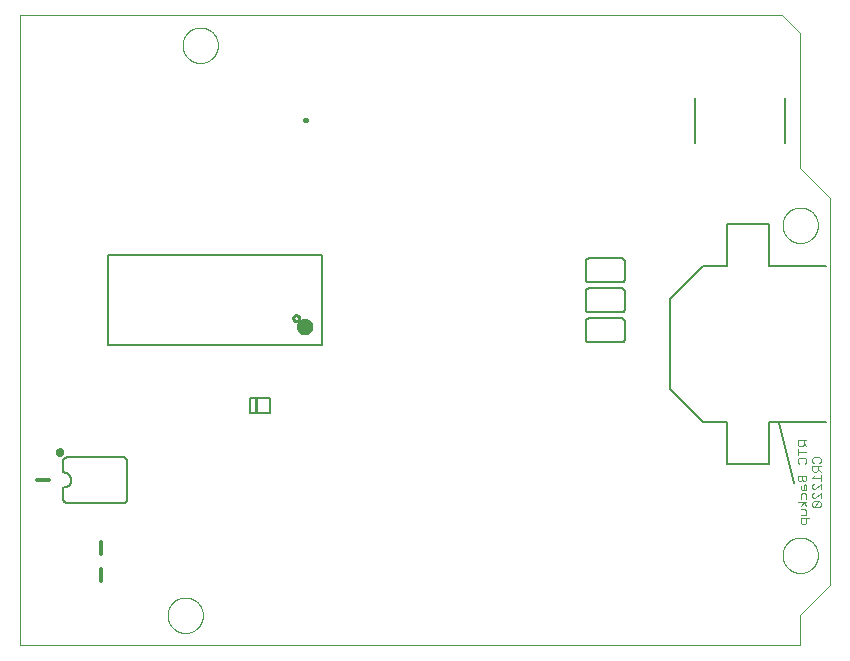
<source format=gbo>
G75*
%MOIN*%
%OFA0B0*%
%FSLAX25Y25*%
%IPPOS*%
%LPD*%
%AMOC8*
5,1,8,0,0,1.08239X$1,22.5*
%
%ADD10C,0.00000*%
%ADD11C,0.01000*%
%ADD12C,0.00300*%
%ADD13C,0.00600*%
%ADD14C,0.01600*%
%ADD15C,0.01200*%
%ADD16C,0.00800*%
%ADD17C,0.00010*%
%ADD18C,0.00500*%
%ADD19C,0.03200*%
D10*
X0005000Y0005000D02*
X0005000Y0215000D01*
X0259000Y0215000D01*
X0265000Y0209000D01*
X0265000Y0164000D01*
X0275000Y0154000D01*
X0275000Y0025000D01*
X0265000Y0015000D01*
X0265000Y0005000D01*
X0005000Y0005000D01*
X0054094Y0015000D02*
X0054096Y0015153D01*
X0054102Y0015307D01*
X0054112Y0015460D01*
X0054126Y0015612D01*
X0054144Y0015765D01*
X0054166Y0015916D01*
X0054191Y0016067D01*
X0054221Y0016218D01*
X0054255Y0016368D01*
X0054292Y0016516D01*
X0054333Y0016664D01*
X0054378Y0016810D01*
X0054427Y0016956D01*
X0054480Y0017100D01*
X0054536Y0017242D01*
X0054596Y0017383D01*
X0054660Y0017523D01*
X0054727Y0017661D01*
X0054798Y0017797D01*
X0054873Y0017931D01*
X0054950Y0018063D01*
X0055032Y0018193D01*
X0055116Y0018321D01*
X0055204Y0018447D01*
X0055295Y0018570D01*
X0055389Y0018691D01*
X0055487Y0018809D01*
X0055587Y0018925D01*
X0055691Y0019038D01*
X0055797Y0019149D01*
X0055906Y0019257D01*
X0056018Y0019362D01*
X0056132Y0019463D01*
X0056250Y0019562D01*
X0056369Y0019658D01*
X0056491Y0019751D01*
X0056616Y0019840D01*
X0056743Y0019927D01*
X0056872Y0020009D01*
X0057003Y0020089D01*
X0057136Y0020165D01*
X0057271Y0020238D01*
X0057408Y0020307D01*
X0057547Y0020372D01*
X0057687Y0020434D01*
X0057829Y0020492D01*
X0057972Y0020547D01*
X0058117Y0020598D01*
X0058263Y0020645D01*
X0058410Y0020688D01*
X0058558Y0020727D01*
X0058707Y0020763D01*
X0058857Y0020794D01*
X0059008Y0020822D01*
X0059159Y0020846D01*
X0059312Y0020866D01*
X0059464Y0020882D01*
X0059617Y0020894D01*
X0059770Y0020902D01*
X0059923Y0020906D01*
X0060077Y0020906D01*
X0060230Y0020902D01*
X0060383Y0020894D01*
X0060536Y0020882D01*
X0060688Y0020866D01*
X0060841Y0020846D01*
X0060992Y0020822D01*
X0061143Y0020794D01*
X0061293Y0020763D01*
X0061442Y0020727D01*
X0061590Y0020688D01*
X0061737Y0020645D01*
X0061883Y0020598D01*
X0062028Y0020547D01*
X0062171Y0020492D01*
X0062313Y0020434D01*
X0062453Y0020372D01*
X0062592Y0020307D01*
X0062729Y0020238D01*
X0062864Y0020165D01*
X0062997Y0020089D01*
X0063128Y0020009D01*
X0063257Y0019927D01*
X0063384Y0019840D01*
X0063509Y0019751D01*
X0063631Y0019658D01*
X0063750Y0019562D01*
X0063868Y0019463D01*
X0063982Y0019362D01*
X0064094Y0019257D01*
X0064203Y0019149D01*
X0064309Y0019038D01*
X0064413Y0018925D01*
X0064513Y0018809D01*
X0064611Y0018691D01*
X0064705Y0018570D01*
X0064796Y0018447D01*
X0064884Y0018321D01*
X0064968Y0018193D01*
X0065050Y0018063D01*
X0065127Y0017931D01*
X0065202Y0017797D01*
X0065273Y0017661D01*
X0065340Y0017523D01*
X0065404Y0017383D01*
X0065464Y0017242D01*
X0065520Y0017100D01*
X0065573Y0016956D01*
X0065622Y0016810D01*
X0065667Y0016664D01*
X0065708Y0016516D01*
X0065745Y0016368D01*
X0065779Y0016218D01*
X0065809Y0016067D01*
X0065834Y0015916D01*
X0065856Y0015765D01*
X0065874Y0015612D01*
X0065888Y0015460D01*
X0065898Y0015307D01*
X0065904Y0015153D01*
X0065906Y0015000D01*
X0065904Y0014847D01*
X0065898Y0014693D01*
X0065888Y0014540D01*
X0065874Y0014388D01*
X0065856Y0014235D01*
X0065834Y0014084D01*
X0065809Y0013933D01*
X0065779Y0013782D01*
X0065745Y0013632D01*
X0065708Y0013484D01*
X0065667Y0013336D01*
X0065622Y0013190D01*
X0065573Y0013044D01*
X0065520Y0012900D01*
X0065464Y0012758D01*
X0065404Y0012617D01*
X0065340Y0012477D01*
X0065273Y0012339D01*
X0065202Y0012203D01*
X0065127Y0012069D01*
X0065050Y0011937D01*
X0064968Y0011807D01*
X0064884Y0011679D01*
X0064796Y0011553D01*
X0064705Y0011430D01*
X0064611Y0011309D01*
X0064513Y0011191D01*
X0064413Y0011075D01*
X0064309Y0010962D01*
X0064203Y0010851D01*
X0064094Y0010743D01*
X0063982Y0010638D01*
X0063868Y0010537D01*
X0063750Y0010438D01*
X0063631Y0010342D01*
X0063509Y0010249D01*
X0063384Y0010160D01*
X0063257Y0010073D01*
X0063128Y0009991D01*
X0062997Y0009911D01*
X0062864Y0009835D01*
X0062729Y0009762D01*
X0062592Y0009693D01*
X0062453Y0009628D01*
X0062313Y0009566D01*
X0062171Y0009508D01*
X0062028Y0009453D01*
X0061883Y0009402D01*
X0061737Y0009355D01*
X0061590Y0009312D01*
X0061442Y0009273D01*
X0061293Y0009237D01*
X0061143Y0009206D01*
X0060992Y0009178D01*
X0060841Y0009154D01*
X0060688Y0009134D01*
X0060536Y0009118D01*
X0060383Y0009106D01*
X0060230Y0009098D01*
X0060077Y0009094D01*
X0059923Y0009094D01*
X0059770Y0009098D01*
X0059617Y0009106D01*
X0059464Y0009118D01*
X0059312Y0009134D01*
X0059159Y0009154D01*
X0059008Y0009178D01*
X0058857Y0009206D01*
X0058707Y0009237D01*
X0058558Y0009273D01*
X0058410Y0009312D01*
X0058263Y0009355D01*
X0058117Y0009402D01*
X0057972Y0009453D01*
X0057829Y0009508D01*
X0057687Y0009566D01*
X0057547Y0009628D01*
X0057408Y0009693D01*
X0057271Y0009762D01*
X0057136Y0009835D01*
X0057003Y0009911D01*
X0056872Y0009991D01*
X0056743Y0010073D01*
X0056616Y0010160D01*
X0056491Y0010249D01*
X0056369Y0010342D01*
X0056250Y0010438D01*
X0056132Y0010537D01*
X0056018Y0010638D01*
X0055906Y0010743D01*
X0055797Y0010851D01*
X0055691Y0010962D01*
X0055587Y0011075D01*
X0055487Y0011191D01*
X0055389Y0011309D01*
X0055295Y0011430D01*
X0055204Y0011553D01*
X0055116Y0011679D01*
X0055032Y0011807D01*
X0054950Y0011937D01*
X0054873Y0012069D01*
X0054798Y0012203D01*
X0054727Y0012339D01*
X0054660Y0012477D01*
X0054596Y0012617D01*
X0054536Y0012758D01*
X0054480Y0012900D01*
X0054427Y0013044D01*
X0054378Y0013190D01*
X0054333Y0013336D01*
X0054292Y0013484D01*
X0054255Y0013632D01*
X0054221Y0013782D01*
X0054191Y0013933D01*
X0054166Y0014084D01*
X0054144Y0014235D01*
X0054126Y0014388D01*
X0054112Y0014540D01*
X0054102Y0014693D01*
X0054096Y0014847D01*
X0054094Y0015000D01*
X0259094Y0035000D02*
X0259096Y0035153D01*
X0259102Y0035307D01*
X0259112Y0035460D01*
X0259126Y0035612D01*
X0259144Y0035765D01*
X0259166Y0035916D01*
X0259191Y0036067D01*
X0259221Y0036218D01*
X0259255Y0036368D01*
X0259292Y0036516D01*
X0259333Y0036664D01*
X0259378Y0036810D01*
X0259427Y0036956D01*
X0259480Y0037100D01*
X0259536Y0037242D01*
X0259596Y0037383D01*
X0259660Y0037523D01*
X0259727Y0037661D01*
X0259798Y0037797D01*
X0259873Y0037931D01*
X0259950Y0038063D01*
X0260032Y0038193D01*
X0260116Y0038321D01*
X0260204Y0038447D01*
X0260295Y0038570D01*
X0260389Y0038691D01*
X0260487Y0038809D01*
X0260587Y0038925D01*
X0260691Y0039038D01*
X0260797Y0039149D01*
X0260906Y0039257D01*
X0261018Y0039362D01*
X0261132Y0039463D01*
X0261250Y0039562D01*
X0261369Y0039658D01*
X0261491Y0039751D01*
X0261616Y0039840D01*
X0261743Y0039927D01*
X0261872Y0040009D01*
X0262003Y0040089D01*
X0262136Y0040165D01*
X0262271Y0040238D01*
X0262408Y0040307D01*
X0262547Y0040372D01*
X0262687Y0040434D01*
X0262829Y0040492D01*
X0262972Y0040547D01*
X0263117Y0040598D01*
X0263263Y0040645D01*
X0263410Y0040688D01*
X0263558Y0040727D01*
X0263707Y0040763D01*
X0263857Y0040794D01*
X0264008Y0040822D01*
X0264159Y0040846D01*
X0264312Y0040866D01*
X0264464Y0040882D01*
X0264617Y0040894D01*
X0264770Y0040902D01*
X0264923Y0040906D01*
X0265077Y0040906D01*
X0265230Y0040902D01*
X0265383Y0040894D01*
X0265536Y0040882D01*
X0265688Y0040866D01*
X0265841Y0040846D01*
X0265992Y0040822D01*
X0266143Y0040794D01*
X0266293Y0040763D01*
X0266442Y0040727D01*
X0266590Y0040688D01*
X0266737Y0040645D01*
X0266883Y0040598D01*
X0267028Y0040547D01*
X0267171Y0040492D01*
X0267313Y0040434D01*
X0267453Y0040372D01*
X0267592Y0040307D01*
X0267729Y0040238D01*
X0267864Y0040165D01*
X0267997Y0040089D01*
X0268128Y0040009D01*
X0268257Y0039927D01*
X0268384Y0039840D01*
X0268509Y0039751D01*
X0268631Y0039658D01*
X0268750Y0039562D01*
X0268868Y0039463D01*
X0268982Y0039362D01*
X0269094Y0039257D01*
X0269203Y0039149D01*
X0269309Y0039038D01*
X0269413Y0038925D01*
X0269513Y0038809D01*
X0269611Y0038691D01*
X0269705Y0038570D01*
X0269796Y0038447D01*
X0269884Y0038321D01*
X0269968Y0038193D01*
X0270050Y0038063D01*
X0270127Y0037931D01*
X0270202Y0037797D01*
X0270273Y0037661D01*
X0270340Y0037523D01*
X0270404Y0037383D01*
X0270464Y0037242D01*
X0270520Y0037100D01*
X0270573Y0036956D01*
X0270622Y0036810D01*
X0270667Y0036664D01*
X0270708Y0036516D01*
X0270745Y0036368D01*
X0270779Y0036218D01*
X0270809Y0036067D01*
X0270834Y0035916D01*
X0270856Y0035765D01*
X0270874Y0035612D01*
X0270888Y0035460D01*
X0270898Y0035307D01*
X0270904Y0035153D01*
X0270906Y0035000D01*
X0270904Y0034847D01*
X0270898Y0034693D01*
X0270888Y0034540D01*
X0270874Y0034388D01*
X0270856Y0034235D01*
X0270834Y0034084D01*
X0270809Y0033933D01*
X0270779Y0033782D01*
X0270745Y0033632D01*
X0270708Y0033484D01*
X0270667Y0033336D01*
X0270622Y0033190D01*
X0270573Y0033044D01*
X0270520Y0032900D01*
X0270464Y0032758D01*
X0270404Y0032617D01*
X0270340Y0032477D01*
X0270273Y0032339D01*
X0270202Y0032203D01*
X0270127Y0032069D01*
X0270050Y0031937D01*
X0269968Y0031807D01*
X0269884Y0031679D01*
X0269796Y0031553D01*
X0269705Y0031430D01*
X0269611Y0031309D01*
X0269513Y0031191D01*
X0269413Y0031075D01*
X0269309Y0030962D01*
X0269203Y0030851D01*
X0269094Y0030743D01*
X0268982Y0030638D01*
X0268868Y0030537D01*
X0268750Y0030438D01*
X0268631Y0030342D01*
X0268509Y0030249D01*
X0268384Y0030160D01*
X0268257Y0030073D01*
X0268128Y0029991D01*
X0267997Y0029911D01*
X0267864Y0029835D01*
X0267729Y0029762D01*
X0267592Y0029693D01*
X0267453Y0029628D01*
X0267313Y0029566D01*
X0267171Y0029508D01*
X0267028Y0029453D01*
X0266883Y0029402D01*
X0266737Y0029355D01*
X0266590Y0029312D01*
X0266442Y0029273D01*
X0266293Y0029237D01*
X0266143Y0029206D01*
X0265992Y0029178D01*
X0265841Y0029154D01*
X0265688Y0029134D01*
X0265536Y0029118D01*
X0265383Y0029106D01*
X0265230Y0029098D01*
X0265077Y0029094D01*
X0264923Y0029094D01*
X0264770Y0029098D01*
X0264617Y0029106D01*
X0264464Y0029118D01*
X0264312Y0029134D01*
X0264159Y0029154D01*
X0264008Y0029178D01*
X0263857Y0029206D01*
X0263707Y0029237D01*
X0263558Y0029273D01*
X0263410Y0029312D01*
X0263263Y0029355D01*
X0263117Y0029402D01*
X0262972Y0029453D01*
X0262829Y0029508D01*
X0262687Y0029566D01*
X0262547Y0029628D01*
X0262408Y0029693D01*
X0262271Y0029762D01*
X0262136Y0029835D01*
X0262003Y0029911D01*
X0261872Y0029991D01*
X0261743Y0030073D01*
X0261616Y0030160D01*
X0261491Y0030249D01*
X0261369Y0030342D01*
X0261250Y0030438D01*
X0261132Y0030537D01*
X0261018Y0030638D01*
X0260906Y0030743D01*
X0260797Y0030851D01*
X0260691Y0030962D01*
X0260587Y0031075D01*
X0260487Y0031191D01*
X0260389Y0031309D01*
X0260295Y0031430D01*
X0260204Y0031553D01*
X0260116Y0031679D01*
X0260032Y0031807D01*
X0259950Y0031937D01*
X0259873Y0032069D01*
X0259798Y0032203D01*
X0259727Y0032339D01*
X0259660Y0032477D01*
X0259596Y0032617D01*
X0259536Y0032758D01*
X0259480Y0032900D01*
X0259427Y0033044D01*
X0259378Y0033190D01*
X0259333Y0033336D01*
X0259292Y0033484D01*
X0259255Y0033632D01*
X0259221Y0033782D01*
X0259191Y0033933D01*
X0259166Y0034084D01*
X0259144Y0034235D01*
X0259126Y0034388D01*
X0259112Y0034540D01*
X0259102Y0034693D01*
X0259096Y0034847D01*
X0259094Y0035000D01*
X0259094Y0145000D02*
X0259096Y0145153D01*
X0259102Y0145307D01*
X0259112Y0145460D01*
X0259126Y0145612D01*
X0259144Y0145765D01*
X0259166Y0145916D01*
X0259191Y0146067D01*
X0259221Y0146218D01*
X0259255Y0146368D01*
X0259292Y0146516D01*
X0259333Y0146664D01*
X0259378Y0146810D01*
X0259427Y0146956D01*
X0259480Y0147100D01*
X0259536Y0147242D01*
X0259596Y0147383D01*
X0259660Y0147523D01*
X0259727Y0147661D01*
X0259798Y0147797D01*
X0259873Y0147931D01*
X0259950Y0148063D01*
X0260032Y0148193D01*
X0260116Y0148321D01*
X0260204Y0148447D01*
X0260295Y0148570D01*
X0260389Y0148691D01*
X0260487Y0148809D01*
X0260587Y0148925D01*
X0260691Y0149038D01*
X0260797Y0149149D01*
X0260906Y0149257D01*
X0261018Y0149362D01*
X0261132Y0149463D01*
X0261250Y0149562D01*
X0261369Y0149658D01*
X0261491Y0149751D01*
X0261616Y0149840D01*
X0261743Y0149927D01*
X0261872Y0150009D01*
X0262003Y0150089D01*
X0262136Y0150165D01*
X0262271Y0150238D01*
X0262408Y0150307D01*
X0262547Y0150372D01*
X0262687Y0150434D01*
X0262829Y0150492D01*
X0262972Y0150547D01*
X0263117Y0150598D01*
X0263263Y0150645D01*
X0263410Y0150688D01*
X0263558Y0150727D01*
X0263707Y0150763D01*
X0263857Y0150794D01*
X0264008Y0150822D01*
X0264159Y0150846D01*
X0264312Y0150866D01*
X0264464Y0150882D01*
X0264617Y0150894D01*
X0264770Y0150902D01*
X0264923Y0150906D01*
X0265077Y0150906D01*
X0265230Y0150902D01*
X0265383Y0150894D01*
X0265536Y0150882D01*
X0265688Y0150866D01*
X0265841Y0150846D01*
X0265992Y0150822D01*
X0266143Y0150794D01*
X0266293Y0150763D01*
X0266442Y0150727D01*
X0266590Y0150688D01*
X0266737Y0150645D01*
X0266883Y0150598D01*
X0267028Y0150547D01*
X0267171Y0150492D01*
X0267313Y0150434D01*
X0267453Y0150372D01*
X0267592Y0150307D01*
X0267729Y0150238D01*
X0267864Y0150165D01*
X0267997Y0150089D01*
X0268128Y0150009D01*
X0268257Y0149927D01*
X0268384Y0149840D01*
X0268509Y0149751D01*
X0268631Y0149658D01*
X0268750Y0149562D01*
X0268868Y0149463D01*
X0268982Y0149362D01*
X0269094Y0149257D01*
X0269203Y0149149D01*
X0269309Y0149038D01*
X0269413Y0148925D01*
X0269513Y0148809D01*
X0269611Y0148691D01*
X0269705Y0148570D01*
X0269796Y0148447D01*
X0269884Y0148321D01*
X0269968Y0148193D01*
X0270050Y0148063D01*
X0270127Y0147931D01*
X0270202Y0147797D01*
X0270273Y0147661D01*
X0270340Y0147523D01*
X0270404Y0147383D01*
X0270464Y0147242D01*
X0270520Y0147100D01*
X0270573Y0146956D01*
X0270622Y0146810D01*
X0270667Y0146664D01*
X0270708Y0146516D01*
X0270745Y0146368D01*
X0270779Y0146218D01*
X0270809Y0146067D01*
X0270834Y0145916D01*
X0270856Y0145765D01*
X0270874Y0145612D01*
X0270888Y0145460D01*
X0270898Y0145307D01*
X0270904Y0145153D01*
X0270906Y0145000D01*
X0270904Y0144847D01*
X0270898Y0144693D01*
X0270888Y0144540D01*
X0270874Y0144388D01*
X0270856Y0144235D01*
X0270834Y0144084D01*
X0270809Y0143933D01*
X0270779Y0143782D01*
X0270745Y0143632D01*
X0270708Y0143484D01*
X0270667Y0143336D01*
X0270622Y0143190D01*
X0270573Y0143044D01*
X0270520Y0142900D01*
X0270464Y0142758D01*
X0270404Y0142617D01*
X0270340Y0142477D01*
X0270273Y0142339D01*
X0270202Y0142203D01*
X0270127Y0142069D01*
X0270050Y0141937D01*
X0269968Y0141807D01*
X0269884Y0141679D01*
X0269796Y0141553D01*
X0269705Y0141430D01*
X0269611Y0141309D01*
X0269513Y0141191D01*
X0269413Y0141075D01*
X0269309Y0140962D01*
X0269203Y0140851D01*
X0269094Y0140743D01*
X0268982Y0140638D01*
X0268868Y0140537D01*
X0268750Y0140438D01*
X0268631Y0140342D01*
X0268509Y0140249D01*
X0268384Y0140160D01*
X0268257Y0140073D01*
X0268128Y0139991D01*
X0267997Y0139911D01*
X0267864Y0139835D01*
X0267729Y0139762D01*
X0267592Y0139693D01*
X0267453Y0139628D01*
X0267313Y0139566D01*
X0267171Y0139508D01*
X0267028Y0139453D01*
X0266883Y0139402D01*
X0266737Y0139355D01*
X0266590Y0139312D01*
X0266442Y0139273D01*
X0266293Y0139237D01*
X0266143Y0139206D01*
X0265992Y0139178D01*
X0265841Y0139154D01*
X0265688Y0139134D01*
X0265536Y0139118D01*
X0265383Y0139106D01*
X0265230Y0139098D01*
X0265077Y0139094D01*
X0264923Y0139094D01*
X0264770Y0139098D01*
X0264617Y0139106D01*
X0264464Y0139118D01*
X0264312Y0139134D01*
X0264159Y0139154D01*
X0264008Y0139178D01*
X0263857Y0139206D01*
X0263707Y0139237D01*
X0263558Y0139273D01*
X0263410Y0139312D01*
X0263263Y0139355D01*
X0263117Y0139402D01*
X0262972Y0139453D01*
X0262829Y0139508D01*
X0262687Y0139566D01*
X0262547Y0139628D01*
X0262408Y0139693D01*
X0262271Y0139762D01*
X0262136Y0139835D01*
X0262003Y0139911D01*
X0261872Y0139991D01*
X0261743Y0140073D01*
X0261616Y0140160D01*
X0261491Y0140249D01*
X0261369Y0140342D01*
X0261250Y0140438D01*
X0261132Y0140537D01*
X0261018Y0140638D01*
X0260906Y0140743D01*
X0260797Y0140851D01*
X0260691Y0140962D01*
X0260587Y0141075D01*
X0260487Y0141191D01*
X0260389Y0141309D01*
X0260295Y0141430D01*
X0260204Y0141553D01*
X0260116Y0141679D01*
X0260032Y0141807D01*
X0259950Y0141937D01*
X0259873Y0142069D01*
X0259798Y0142203D01*
X0259727Y0142339D01*
X0259660Y0142477D01*
X0259596Y0142617D01*
X0259536Y0142758D01*
X0259480Y0142900D01*
X0259427Y0143044D01*
X0259378Y0143190D01*
X0259333Y0143336D01*
X0259292Y0143484D01*
X0259255Y0143632D01*
X0259221Y0143782D01*
X0259191Y0143933D01*
X0259166Y0144084D01*
X0259144Y0144235D01*
X0259126Y0144388D01*
X0259112Y0144540D01*
X0259102Y0144693D01*
X0259096Y0144847D01*
X0259094Y0145000D01*
X0059094Y0205000D02*
X0059096Y0205153D01*
X0059102Y0205307D01*
X0059112Y0205460D01*
X0059126Y0205612D01*
X0059144Y0205765D01*
X0059166Y0205916D01*
X0059191Y0206067D01*
X0059221Y0206218D01*
X0059255Y0206368D01*
X0059292Y0206516D01*
X0059333Y0206664D01*
X0059378Y0206810D01*
X0059427Y0206956D01*
X0059480Y0207100D01*
X0059536Y0207242D01*
X0059596Y0207383D01*
X0059660Y0207523D01*
X0059727Y0207661D01*
X0059798Y0207797D01*
X0059873Y0207931D01*
X0059950Y0208063D01*
X0060032Y0208193D01*
X0060116Y0208321D01*
X0060204Y0208447D01*
X0060295Y0208570D01*
X0060389Y0208691D01*
X0060487Y0208809D01*
X0060587Y0208925D01*
X0060691Y0209038D01*
X0060797Y0209149D01*
X0060906Y0209257D01*
X0061018Y0209362D01*
X0061132Y0209463D01*
X0061250Y0209562D01*
X0061369Y0209658D01*
X0061491Y0209751D01*
X0061616Y0209840D01*
X0061743Y0209927D01*
X0061872Y0210009D01*
X0062003Y0210089D01*
X0062136Y0210165D01*
X0062271Y0210238D01*
X0062408Y0210307D01*
X0062547Y0210372D01*
X0062687Y0210434D01*
X0062829Y0210492D01*
X0062972Y0210547D01*
X0063117Y0210598D01*
X0063263Y0210645D01*
X0063410Y0210688D01*
X0063558Y0210727D01*
X0063707Y0210763D01*
X0063857Y0210794D01*
X0064008Y0210822D01*
X0064159Y0210846D01*
X0064312Y0210866D01*
X0064464Y0210882D01*
X0064617Y0210894D01*
X0064770Y0210902D01*
X0064923Y0210906D01*
X0065077Y0210906D01*
X0065230Y0210902D01*
X0065383Y0210894D01*
X0065536Y0210882D01*
X0065688Y0210866D01*
X0065841Y0210846D01*
X0065992Y0210822D01*
X0066143Y0210794D01*
X0066293Y0210763D01*
X0066442Y0210727D01*
X0066590Y0210688D01*
X0066737Y0210645D01*
X0066883Y0210598D01*
X0067028Y0210547D01*
X0067171Y0210492D01*
X0067313Y0210434D01*
X0067453Y0210372D01*
X0067592Y0210307D01*
X0067729Y0210238D01*
X0067864Y0210165D01*
X0067997Y0210089D01*
X0068128Y0210009D01*
X0068257Y0209927D01*
X0068384Y0209840D01*
X0068509Y0209751D01*
X0068631Y0209658D01*
X0068750Y0209562D01*
X0068868Y0209463D01*
X0068982Y0209362D01*
X0069094Y0209257D01*
X0069203Y0209149D01*
X0069309Y0209038D01*
X0069413Y0208925D01*
X0069513Y0208809D01*
X0069611Y0208691D01*
X0069705Y0208570D01*
X0069796Y0208447D01*
X0069884Y0208321D01*
X0069968Y0208193D01*
X0070050Y0208063D01*
X0070127Y0207931D01*
X0070202Y0207797D01*
X0070273Y0207661D01*
X0070340Y0207523D01*
X0070404Y0207383D01*
X0070464Y0207242D01*
X0070520Y0207100D01*
X0070573Y0206956D01*
X0070622Y0206810D01*
X0070667Y0206664D01*
X0070708Y0206516D01*
X0070745Y0206368D01*
X0070779Y0206218D01*
X0070809Y0206067D01*
X0070834Y0205916D01*
X0070856Y0205765D01*
X0070874Y0205612D01*
X0070888Y0205460D01*
X0070898Y0205307D01*
X0070904Y0205153D01*
X0070906Y0205000D01*
X0070904Y0204847D01*
X0070898Y0204693D01*
X0070888Y0204540D01*
X0070874Y0204388D01*
X0070856Y0204235D01*
X0070834Y0204084D01*
X0070809Y0203933D01*
X0070779Y0203782D01*
X0070745Y0203632D01*
X0070708Y0203484D01*
X0070667Y0203336D01*
X0070622Y0203190D01*
X0070573Y0203044D01*
X0070520Y0202900D01*
X0070464Y0202758D01*
X0070404Y0202617D01*
X0070340Y0202477D01*
X0070273Y0202339D01*
X0070202Y0202203D01*
X0070127Y0202069D01*
X0070050Y0201937D01*
X0069968Y0201807D01*
X0069884Y0201679D01*
X0069796Y0201553D01*
X0069705Y0201430D01*
X0069611Y0201309D01*
X0069513Y0201191D01*
X0069413Y0201075D01*
X0069309Y0200962D01*
X0069203Y0200851D01*
X0069094Y0200743D01*
X0068982Y0200638D01*
X0068868Y0200537D01*
X0068750Y0200438D01*
X0068631Y0200342D01*
X0068509Y0200249D01*
X0068384Y0200160D01*
X0068257Y0200073D01*
X0068128Y0199991D01*
X0067997Y0199911D01*
X0067864Y0199835D01*
X0067729Y0199762D01*
X0067592Y0199693D01*
X0067453Y0199628D01*
X0067313Y0199566D01*
X0067171Y0199508D01*
X0067028Y0199453D01*
X0066883Y0199402D01*
X0066737Y0199355D01*
X0066590Y0199312D01*
X0066442Y0199273D01*
X0066293Y0199237D01*
X0066143Y0199206D01*
X0065992Y0199178D01*
X0065841Y0199154D01*
X0065688Y0199134D01*
X0065536Y0199118D01*
X0065383Y0199106D01*
X0065230Y0199098D01*
X0065077Y0199094D01*
X0064923Y0199094D01*
X0064770Y0199098D01*
X0064617Y0199106D01*
X0064464Y0199118D01*
X0064312Y0199134D01*
X0064159Y0199154D01*
X0064008Y0199178D01*
X0063857Y0199206D01*
X0063707Y0199237D01*
X0063558Y0199273D01*
X0063410Y0199312D01*
X0063263Y0199355D01*
X0063117Y0199402D01*
X0062972Y0199453D01*
X0062829Y0199508D01*
X0062687Y0199566D01*
X0062547Y0199628D01*
X0062408Y0199693D01*
X0062271Y0199762D01*
X0062136Y0199835D01*
X0062003Y0199911D01*
X0061872Y0199991D01*
X0061743Y0200073D01*
X0061616Y0200160D01*
X0061491Y0200249D01*
X0061369Y0200342D01*
X0061250Y0200438D01*
X0061132Y0200537D01*
X0061018Y0200638D01*
X0060906Y0200743D01*
X0060797Y0200851D01*
X0060691Y0200962D01*
X0060587Y0201075D01*
X0060487Y0201191D01*
X0060389Y0201309D01*
X0060295Y0201430D01*
X0060204Y0201553D01*
X0060116Y0201679D01*
X0060032Y0201807D01*
X0059950Y0201937D01*
X0059873Y0202069D01*
X0059798Y0202203D01*
X0059727Y0202339D01*
X0059660Y0202477D01*
X0059596Y0202617D01*
X0059536Y0202758D01*
X0059480Y0202900D01*
X0059427Y0203044D01*
X0059378Y0203190D01*
X0059333Y0203336D01*
X0059292Y0203484D01*
X0059255Y0203632D01*
X0059221Y0203782D01*
X0059191Y0203933D01*
X0059166Y0204084D01*
X0059144Y0204235D01*
X0059126Y0204388D01*
X0059112Y0204540D01*
X0059102Y0204693D01*
X0059096Y0204847D01*
X0059094Y0205000D01*
D11*
X0096016Y0114000D02*
X0096018Y0114062D01*
X0096024Y0114125D01*
X0096034Y0114186D01*
X0096048Y0114247D01*
X0096065Y0114307D01*
X0096086Y0114366D01*
X0096112Y0114423D01*
X0096140Y0114478D01*
X0096172Y0114532D01*
X0096208Y0114583D01*
X0096246Y0114633D01*
X0096288Y0114679D01*
X0096332Y0114723D01*
X0096380Y0114764D01*
X0096429Y0114802D01*
X0096481Y0114836D01*
X0096535Y0114867D01*
X0096591Y0114895D01*
X0096649Y0114919D01*
X0096708Y0114940D01*
X0096768Y0114956D01*
X0096829Y0114969D01*
X0096891Y0114978D01*
X0096953Y0114983D01*
X0097016Y0114984D01*
X0097078Y0114981D01*
X0097140Y0114974D01*
X0097202Y0114963D01*
X0097262Y0114948D01*
X0097322Y0114930D01*
X0097380Y0114908D01*
X0097437Y0114882D01*
X0097492Y0114852D01*
X0097545Y0114819D01*
X0097596Y0114783D01*
X0097644Y0114744D01*
X0097690Y0114701D01*
X0097733Y0114656D01*
X0097773Y0114608D01*
X0097810Y0114558D01*
X0097844Y0114505D01*
X0097875Y0114451D01*
X0097901Y0114395D01*
X0097925Y0114337D01*
X0097944Y0114277D01*
X0097960Y0114217D01*
X0097972Y0114155D01*
X0097980Y0114094D01*
X0097984Y0114031D01*
X0097984Y0113969D01*
X0097980Y0113906D01*
X0097972Y0113845D01*
X0097960Y0113783D01*
X0097944Y0113723D01*
X0097925Y0113663D01*
X0097901Y0113605D01*
X0097875Y0113549D01*
X0097844Y0113495D01*
X0097810Y0113442D01*
X0097773Y0113392D01*
X0097733Y0113344D01*
X0097690Y0113299D01*
X0097644Y0113256D01*
X0097596Y0113217D01*
X0097545Y0113181D01*
X0097492Y0113148D01*
X0097437Y0113118D01*
X0097380Y0113092D01*
X0097322Y0113070D01*
X0097262Y0113052D01*
X0097202Y0113037D01*
X0097140Y0113026D01*
X0097078Y0113019D01*
X0097016Y0113016D01*
X0096953Y0113017D01*
X0096891Y0113022D01*
X0096829Y0113031D01*
X0096768Y0113044D01*
X0096708Y0113060D01*
X0096649Y0113081D01*
X0096591Y0113105D01*
X0096535Y0113133D01*
X0096481Y0113164D01*
X0096429Y0113198D01*
X0096380Y0113236D01*
X0096332Y0113277D01*
X0096288Y0113321D01*
X0096246Y0113367D01*
X0096208Y0113417D01*
X0096172Y0113468D01*
X0096140Y0113522D01*
X0096112Y0113577D01*
X0096086Y0113634D01*
X0096065Y0113693D01*
X0096048Y0113753D01*
X0096034Y0113814D01*
X0096024Y0113875D01*
X0096018Y0113938D01*
X0096016Y0114000D01*
D12*
X0264148Y0073337D02*
X0264148Y0071886D01*
X0264631Y0071402D01*
X0265599Y0071402D01*
X0266083Y0071886D01*
X0266083Y0073337D01*
X0267050Y0073337D02*
X0264148Y0073337D01*
X0266083Y0072370D02*
X0267050Y0071402D01*
X0267050Y0069423D02*
X0264148Y0069423D01*
X0264148Y0068456D02*
X0264148Y0070391D01*
X0264631Y0067444D02*
X0266566Y0067444D01*
X0267050Y0066960D01*
X0267050Y0065993D01*
X0266566Y0065509D01*
X0264631Y0065509D02*
X0264148Y0065993D01*
X0264148Y0066960D01*
X0264631Y0067444D01*
X0268948Y0067206D02*
X0269431Y0067690D01*
X0271366Y0067690D01*
X0271850Y0067206D01*
X0271850Y0066238D01*
X0271366Y0065755D01*
X0270883Y0064743D02*
X0270883Y0063292D01*
X0270399Y0062808D01*
X0269431Y0062808D01*
X0268948Y0063292D01*
X0268948Y0064743D01*
X0271850Y0064743D01*
X0270883Y0063776D02*
X0271850Y0062808D01*
X0271850Y0061797D02*
X0271850Y0059862D01*
X0271850Y0060829D02*
X0268948Y0060829D01*
X0269915Y0061797D01*
X0267050Y0061551D02*
X0267050Y0060100D01*
X0266566Y0059616D01*
X0266083Y0059616D01*
X0265599Y0060100D01*
X0265599Y0061551D01*
X0267050Y0061551D02*
X0264148Y0061551D01*
X0264148Y0060100D01*
X0264631Y0059616D01*
X0265115Y0059616D01*
X0265599Y0060100D01*
X0266566Y0058604D02*
X0266083Y0058121D01*
X0266083Y0056669D01*
X0265599Y0056669D02*
X0267050Y0056669D01*
X0267050Y0058121D01*
X0266566Y0058604D01*
X0265115Y0058121D02*
X0265115Y0057153D01*
X0265599Y0056669D01*
X0265599Y0055658D02*
X0266566Y0055658D01*
X0267050Y0055174D01*
X0267050Y0053723D01*
X0267050Y0052711D02*
X0264148Y0052711D01*
X0265115Y0053723D02*
X0265115Y0055174D01*
X0265599Y0055658D01*
X0266083Y0052711D02*
X0265115Y0051260D01*
X0265115Y0050256D02*
X0266566Y0050256D01*
X0267050Y0049772D01*
X0267050Y0048321D01*
X0265115Y0048321D01*
X0265115Y0047309D02*
X0265115Y0045858D01*
X0265599Y0045374D01*
X0266566Y0045374D01*
X0267050Y0045858D01*
X0267050Y0047309D01*
X0268017Y0047309D02*
X0265115Y0047309D01*
X0267050Y0051260D02*
X0266083Y0052711D01*
X0268948Y0052473D02*
X0268948Y0051506D01*
X0269431Y0051022D01*
X0271366Y0052957D01*
X0271850Y0052473D01*
X0271850Y0051506D01*
X0271366Y0051022D01*
X0269431Y0051022D01*
X0268948Y0052473D02*
X0269431Y0052957D01*
X0271366Y0052957D01*
X0271850Y0053969D02*
X0271850Y0055903D01*
X0269915Y0053969D01*
X0269431Y0053969D01*
X0268948Y0054452D01*
X0268948Y0055420D01*
X0269431Y0055903D01*
X0269431Y0056915D02*
X0268948Y0057399D01*
X0268948Y0058366D01*
X0269431Y0058850D01*
X0269431Y0056915D02*
X0269915Y0056915D01*
X0271850Y0058850D01*
X0271850Y0056915D01*
X0269431Y0065755D02*
X0268948Y0066238D01*
X0268948Y0067206D01*
D13*
X0263000Y0059000D02*
X0258000Y0079000D01*
X0206500Y0107000D02*
X0206500Y0113000D01*
X0206498Y0113060D01*
X0206493Y0113121D01*
X0206484Y0113180D01*
X0206471Y0113239D01*
X0206455Y0113298D01*
X0206435Y0113355D01*
X0206412Y0113410D01*
X0206385Y0113465D01*
X0206356Y0113517D01*
X0206323Y0113568D01*
X0206287Y0113617D01*
X0206249Y0113663D01*
X0206207Y0113707D01*
X0206163Y0113749D01*
X0206117Y0113787D01*
X0206068Y0113823D01*
X0206017Y0113856D01*
X0205965Y0113885D01*
X0205910Y0113912D01*
X0205855Y0113935D01*
X0205798Y0113955D01*
X0205739Y0113971D01*
X0205680Y0113984D01*
X0205621Y0113993D01*
X0205560Y0113998D01*
X0205500Y0114000D01*
X0194500Y0114000D01*
X0194440Y0113998D01*
X0194379Y0113993D01*
X0194320Y0113984D01*
X0194261Y0113971D01*
X0194202Y0113955D01*
X0194145Y0113935D01*
X0194090Y0113912D01*
X0194035Y0113885D01*
X0193983Y0113856D01*
X0193932Y0113823D01*
X0193883Y0113787D01*
X0193837Y0113749D01*
X0193793Y0113707D01*
X0193751Y0113663D01*
X0193713Y0113617D01*
X0193677Y0113568D01*
X0193644Y0113517D01*
X0193615Y0113465D01*
X0193588Y0113410D01*
X0193565Y0113355D01*
X0193545Y0113298D01*
X0193529Y0113239D01*
X0193516Y0113180D01*
X0193507Y0113121D01*
X0193502Y0113060D01*
X0193500Y0113000D01*
X0193500Y0107000D01*
X0193502Y0106940D01*
X0193507Y0106879D01*
X0193516Y0106820D01*
X0193529Y0106761D01*
X0193545Y0106702D01*
X0193565Y0106645D01*
X0193588Y0106590D01*
X0193615Y0106535D01*
X0193644Y0106483D01*
X0193677Y0106432D01*
X0193713Y0106383D01*
X0193751Y0106337D01*
X0193793Y0106293D01*
X0193837Y0106251D01*
X0193883Y0106213D01*
X0193932Y0106177D01*
X0193983Y0106144D01*
X0194035Y0106115D01*
X0194090Y0106088D01*
X0194145Y0106065D01*
X0194202Y0106045D01*
X0194261Y0106029D01*
X0194320Y0106016D01*
X0194379Y0106007D01*
X0194440Y0106002D01*
X0194500Y0106000D01*
X0205500Y0106000D01*
X0205560Y0106002D01*
X0205621Y0106007D01*
X0205680Y0106016D01*
X0205739Y0106029D01*
X0205798Y0106045D01*
X0205855Y0106065D01*
X0205910Y0106088D01*
X0205965Y0106115D01*
X0206017Y0106144D01*
X0206068Y0106177D01*
X0206117Y0106213D01*
X0206163Y0106251D01*
X0206207Y0106293D01*
X0206249Y0106337D01*
X0206287Y0106383D01*
X0206323Y0106432D01*
X0206356Y0106483D01*
X0206385Y0106535D01*
X0206412Y0106590D01*
X0206435Y0106645D01*
X0206455Y0106702D01*
X0206471Y0106761D01*
X0206484Y0106820D01*
X0206493Y0106879D01*
X0206498Y0106940D01*
X0206500Y0107000D01*
X0205500Y0116000D02*
X0194500Y0116000D01*
X0194440Y0116002D01*
X0194379Y0116007D01*
X0194320Y0116016D01*
X0194261Y0116029D01*
X0194202Y0116045D01*
X0194145Y0116065D01*
X0194090Y0116088D01*
X0194035Y0116115D01*
X0193983Y0116144D01*
X0193932Y0116177D01*
X0193883Y0116213D01*
X0193837Y0116251D01*
X0193793Y0116293D01*
X0193751Y0116337D01*
X0193713Y0116383D01*
X0193677Y0116432D01*
X0193644Y0116483D01*
X0193615Y0116535D01*
X0193588Y0116590D01*
X0193565Y0116645D01*
X0193545Y0116702D01*
X0193529Y0116761D01*
X0193516Y0116820D01*
X0193507Y0116879D01*
X0193502Y0116940D01*
X0193500Y0117000D01*
X0193500Y0123000D01*
X0193502Y0123060D01*
X0193507Y0123121D01*
X0193516Y0123180D01*
X0193529Y0123239D01*
X0193545Y0123298D01*
X0193565Y0123355D01*
X0193588Y0123410D01*
X0193615Y0123465D01*
X0193644Y0123517D01*
X0193677Y0123568D01*
X0193713Y0123617D01*
X0193751Y0123663D01*
X0193793Y0123707D01*
X0193837Y0123749D01*
X0193883Y0123787D01*
X0193932Y0123823D01*
X0193983Y0123856D01*
X0194035Y0123885D01*
X0194090Y0123912D01*
X0194145Y0123935D01*
X0194202Y0123955D01*
X0194261Y0123971D01*
X0194320Y0123984D01*
X0194379Y0123993D01*
X0194440Y0123998D01*
X0194500Y0124000D01*
X0205500Y0124000D01*
X0205560Y0123998D01*
X0205621Y0123993D01*
X0205680Y0123984D01*
X0205739Y0123971D01*
X0205798Y0123955D01*
X0205855Y0123935D01*
X0205910Y0123912D01*
X0205965Y0123885D01*
X0206017Y0123856D01*
X0206068Y0123823D01*
X0206117Y0123787D01*
X0206163Y0123749D01*
X0206207Y0123707D01*
X0206249Y0123663D01*
X0206287Y0123617D01*
X0206323Y0123568D01*
X0206356Y0123517D01*
X0206385Y0123465D01*
X0206412Y0123410D01*
X0206435Y0123355D01*
X0206455Y0123298D01*
X0206471Y0123239D01*
X0206484Y0123180D01*
X0206493Y0123121D01*
X0206498Y0123060D01*
X0206500Y0123000D01*
X0206500Y0117000D01*
X0206498Y0116940D01*
X0206493Y0116879D01*
X0206484Y0116820D01*
X0206471Y0116761D01*
X0206455Y0116702D01*
X0206435Y0116645D01*
X0206412Y0116590D01*
X0206385Y0116535D01*
X0206356Y0116483D01*
X0206323Y0116432D01*
X0206287Y0116383D01*
X0206249Y0116337D01*
X0206207Y0116293D01*
X0206163Y0116251D01*
X0206117Y0116213D01*
X0206068Y0116177D01*
X0206017Y0116144D01*
X0205965Y0116115D01*
X0205910Y0116088D01*
X0205855Y0116065D01*
X0205798Y0116045D01*
X0205739Y0116029D01*
X0205680Y0116016D01*
X0205621Y0116007D01*
X0205560Y0116002D01*
X0205500Y0116000D01*
X0205500Y0126000D02*
X0194500Y0126000D01*
X0194440Y0126002D01*
X0194379Y0126007D01*
X0194320Y0126016D01*
X0194261Y0126029D01*
X0194202Y0126045D01*
X0194145Y0126065D01*
X0194090Y0126088D01*
X0194035Y0126115D01*
X0193983Y0126144D01*
X0193932Y0126177D01*
X0193883Y0126213D01*
X0193837Y0126251D01*
X0193793Y0126293D01*
X0193751Y0126337D01*
X0193713Y0126383D01*
X0193677Y0126432D01*
X0193644Y0126483D01*
X0193615Y0126535D01*
X0193588Y0126590D01*
X0193565Y0126645D01*
X0193545Y0126702D01*
X0193529Y0126761D01*
X0193516Y0126820D01*
X0193507Y0126879D01*
X0193502Y0126940D01*
X0193500Y0127000D01*
X0193500Y0133000D01*
X0193502Y0133060D01*
X0193507Y0133121D01*
X0193516Y0133180D01*
X0193529Y0133239D01*
X0193545Y0133298D01*
X0193565Y0133355D01*
X0193588Y0133410D01*
X0193615Y0133465D01*
X0193644Y0133517D01*
X0193677Y0133568D01*
X0193713Y0133617D01*
X0193751Y0133663D01*
X0193793Y0133707D01*
X0193837Y0133749D01*
X0193883Y0133787D01*
X0193932Y0133823D01*
X0193983Y0133856D01*
X0194035Y0133885D01*
X0194090Y0133912D01*
X0194145Y0133935D01*
X0194202Y0133955D01*
X0194261Y0133971D01*
X0194320Y0133984D01*
X0194379Y0133993D01*
X0194440Y0133998D01*
X0194500Y0134000D01*
X0205500Y0134000D01*
X0205560Y0133998D01*
X0205621Y0133993D01*
X0205680Y0133984D01*
X0205739Y0133971D01*
X0205798Y0133955D01*
X0205855Y0133935D01*
X0205910Y0133912D01*
X0205965Y0133885D01*
X0206017Y0133856D01*
X0206068Y0133823D01*
X0206117Y0133787D01*
X0206163Y0133749D01*
X0206207Y0133707D01*
X0206249Y0133663D01*
X0206287Y0133617D01*
X0206323Y0133568D01*
X0206356Y0133517D01*
X0206385Y0133465D01*
X0206412Y0133410D01*
X0206435Y0133355D01*
X0206455Y0133298D01*
X0206471Y0133239D01*
X0206484Y0133180D01*
X0206493Y0133121D01*
X0206498Y0133060D01*
X0206500Y0133000D01*
X0206500Y0127000D01*
X0206498Y0126940D01*
X0206493Y0126879D01*
X0206484Y0126820D01*
X0206471Y0126761D01*
X0206455Y0126702D01*
X0206435Y0126645D01*
X0206412Y0126590D01*
X0206385Y0126535D01*
X0206356Y0126483D01*
X0206323Y0126432D01*
X0206287Y0126383D01*
X0206249Y0126337D01*
X0206207Y0126293D01*
X0206163Y0126251D01*
X0206117Y0126213D01*
X0206068Y0126177D01*
X0206017Y0126144D01*
X0205965Y0126115D01*
X0205910Y0126088D01*
X0205855Y0126065D01*
X0205798Y0126045D01*
X0205739Y0126029D01*
X0205680Y0126016D01*
X0205621Y0126007D01*
X0205560Y0126002D01*
X0205500Y0126000D01*
D14*
X0100120Y0180000D02*
X0099880Y0180000D01*
D15*
X0014500Y0060000D02*
X0010500Y0060000D01*
X0032000Y0039500D02*
X0032000Y0035500D01*
X0032000Y0030500D02*
X0032000Y0026500D01*
D16*
X0039200Y0052337D02*
X0020800Y0052337D01*
X0020719Y0052349D01*
X0020639Y0052364D01*
X0020560Y0052383D01*
X0020482Y0052405D01*
X0020405Y0052432D01*
X0020329Y0052461D01*
X0020255Y0052495D01*
X0020183Y0052532D01*
X0020112Y0052572D01*
X0020044Y0052616D01*
X0019977Y0052663D01*
X0019913Y0052713D01*
X0019852Y0052766D01*
X0019793Y0052822D01*
X0019736Y0052881D01*
X0019683Y0052942D01*
X0019632Y0053006D01*
X0019585Y0053072D01*
X0019541Y0053140D01*
X0019500Y0053210D01*
X0019462Y0053282D01*
X0019428Y0053356D01*
X0019398Y0053432D01*
X0019371Y0053508D01*
X0019348Y0053586D01*
X0019328Y0053665D01*
X0019313Y0053745D01*
X0019301Y0053826D01*
X0019293Y0053906D01*
X0019289Y0053988D01*
X0019288Y0054069D01*
X0019292Y0054150D01*
X0019299Y0054231D01*
X0019300Y0054281D02*
X0019300Y0057600D01*
X0019500Y0057600D02*
X0019598Y0057602D01*
X0019696Y0057608D01*
X0019794Y0057617D01*
X0019891Y0057631D01*
X0019988Y0057648D01*
X0020084Y0057669D01*
X0020179Y0057694D01*
X0020273Y0057722D01*
X0020365Y0057755D01*
X0020457Y0057790D01*
X0020547Y0057830D01*
X0020635Y0057872D01*
X0020722Y0057919D01*
X0020806Y0057968D01*
X0020889Y0058021D01*
X0020969Y0058077D01*
X0021048Y0058137D01*
X0021124Y0058199D01*
X0021197Y0058264D01*
X0021268Y0058332D01*
X0021336Y0058403D01*
X0021401Y0058476D01*
X0021463Y0058552D01*
X0021523Y0058631D01*
X0021579Y0058711D01*
X0021632Y0058794D01*
X0021681Y0058878D01*
X0021728Y0058965D01*
X0021770Y0059053D01*
X0021810Y0059143D01*
X0021845Y0059235D01*
X0021878Y0059327D01*
X0021906Y0059421D01*
X0021931Y0059516D01*
X0021952Y0059612D01*
X0021969Y0059709D01*
X0021983Y0059806D01*
X0021992Y0059904D01*
X0021998Y0060002D01*
X0022000Y0060100D01*
X0021998Y0060198D01*
X0021992Y0060296D01*
X0021983Y0060394D01*
X0021969Y0060491D01*
X0021952Y0060588D01*
X0021931Y0060684D01*
X0021906Y0060779D01*
X0021878Y0060873D01*
X0021845Y0060965D01*
X0021810Y0061057D01*
X0021770Y0061147D01*
X0021728Y0061235D01*
X0021681Y0061322D01*
X0021632Y0061406D01*
X0021579Y0061489D01*
X0021523Y0061569D01*
X0021463Y0061648D01*
X0021401Y0061724D01*
X0021336Y0061797D01*
X0021268Y0061868D01*
X0021197Y0061936D01*
X0021124Y0062001D01*
X0021048Y0062063D01*
X0020969Y0062123D01*
X0020889Y0062179D01*
X0020806Y0062232D01*
X0020722Y0062281D01*
X0020635Y0062328D01*
X0020547Y0062370D01*
X0020457Y0062410D01*
X0020365Y0062445D01*
X0020273Y0062478D01*
X0020179Y0062506D01*
X0020084Y0062531D01*
X0019988Y0062552D01*
X0019891Y0062569D01*
X0019794Y0062583D01*
X0019696Y0062592D01*
X0019598Y0062598D01*
X0019500Y0062600D01*
X0019300Y0062600D02*
X0019300Y0066556D01*
X0019301Y0066556D02*
X0019313Y0066626D01*
X0019330Y0066696D01*
X0019350Y0066764D01*
X0019373Y0066832D01*
X0019401Y0066898D01*
X0019432Y0066962D01*
X0019466Y0067024D01*
X0019504Y0067085D01*
X0019544Y0067144D01*
X0019588Y0067200D01*
X0019635Y0067253D01*
X0019685Y0067305D01*
X0019738Y0067353D01*
X0019793Y0067398D01*
X0019850Y0067441D01*
X0019910Y0067480D01*
X0019972Y0067516D01*
X0020035Y0067548D01*
X0020100Y0067577D01*
X0020167Y0067603D01*
X0020235Y0067625D01*
X0020304Y0067643D01*
X0020374Y0067657D01*
X0020445Y0067667D01*
X0020516Y0067674D01*
X0020587Y0067677D01*
X0020658Y0067676D01*
X0020730Y0067671D01*
X0020800Y0067662D01*
X0020800Y0067663D02*
X0039594Y0067663D01*
X0039594Y0067662D02*
X0039664Y0067650D01*
X0039734Y0067633D01*
X0039802Y0067613D01*
X0039869Y0067589D01*
X0039935Y0067562D01*
X0040000Y0067531D01*
X0040062Y0067497D01*
X0040123Y0067459D01*
X0040181Y0067418D01*
X0040238Y0067374D01*
X0040291Y0067327D01*
X0040342Y0067277D01*
X0040391Y0067225D01*
X0040436Y0067170D01*
X0040479Y0067112D01*
X0040518Y0067053D01*
X0040554Y0066991D01*
X0040586Y0066927D01*
X0040615Y0066862D01*
X0040641Y0066796D01*
X0040662Y0066728D01*
X0040681Y0066658D01*
X0040695Y0066589D01*
X0040705Y0066518D01*
X0040712Y0066447D01*
X0040715Y0066376D01*
X0040714Y0066304D01*
X0040709Y0066233D01*
X0040700Y0066162D01*
X0040700Y0066163D02*
X0040700Y0053837D01*
X0040698Y0053761D01*
X0040692Y0053686D01*
X0040683Y0053610D01*
X0040669Y0053535D01*
X0040652Y0053461D01*
X0040631Y0053388D01*
X0040607Y0053316D01*
X0040579Y0053246D01*
X0040547Y0053177D01*
X0040512Y0053109D01*
X0040473Y0053044D01*
X0040431Y0052980D01*
X0040386Y0052919D01*
X0040338Y0052860D01*
X0040287Y0052804D01*
X0040233Y0052750D01*
X0040177Y0052699D01*
X0040118Y0052651D01*
X0040057Y0052606D01*
X0039993Y0052564D01*
X0039928Y0052525D01*
X0039860Y0052490D01*
X0039791Y0052458D01*
X0039721Y0052430D01*
X0039649Y0052406D01*
X0039576Y0052385D01*
X0039502Y0052368D01*
X0039427Y0052354D01*
X0039351Y0052345D01*
X0039276Y0052339D01*
X0039200Y0052337D01*
X0221500Y0090500D02*
X0221500Y0120500D01*
X0232500Y0131500D01*
X0240500Y0131500D01*
X0240500Y0145500D01*
X0254500Y0145500D01*
X0254500Y0131500D01*
X0273500Y0131500D01*
X0260000Y0172500D02*
X0260000Y0187500D01*
X0230000Y0187500D02*
X0230000Y0172500D01*
X0221500Y0090500D02*
X0232500Y0079500D01*
X0240500Y0079500D01*
X0240500Y0065500D01*
X0254500Y0065500D01*
X0254500Y0079500D01*
X0273500Y0079500D01*
D17*
X0019375Y0069375D02*
X0019344Y0069653D01*
X0019251Y0069917D01*
X0019102Y0070154D01*
X0018904Y0070352D01*
X0018667Y0070501D01*
X0018403Y0070594D01*
X0018125Y0070625D01*
X0017847Y0070594D01*
X0017583Y0070501D01*
X0017346Y0070352D01*
X0017148Y0070154D01*
X0016999Y0069917D01*
X0016906Y0069653D01*
X0016875Y0069375D01*
X0016906Y0069097D01*
X0016999Y0068833D01*
X0017148Y0068596D01*
X0017346Y0068398D01*
X0017583Y0068249D01*
X0017847Y0068156D01*
X0018125Y0068125D01*
X0018403Y0068156D01*
X0018667Y0068249D01*
X0018904Y0068398D01*
X0019102Y0068596D01*
X0019251Y0068833D01*
X0019344Y0069097D01*
X0019375Y0069375D01*
X0019375Y0069373D02*
X0016875Y0069373D01*
X0016876Y0069381D02*
X0019374Y0069381D01*
X0019373Y0069390D02*
X0016877Y0069390D01*
X0016878Y0069398D02*
X0019372Y0069398D01*
X0019371Y0069407D02*
X0016879Y0069407D01*
X0016880Y0069415D02*
X0019370Y0069415D01*
X0019370Y0069424D02*
X0016880Y0069424D01*
X0016881Y0069432D02*
X0019369Y0069432D01*
X0019368Y0069441D02*
X0016882Y0069441D01*
X0016883Y0069449D02*
X0019367Y0069449D01*
X0019366Y0069458D02*
X0016884Y0069458D01*
X0016885Y0069466D02*
X0019365Y0069466D01*
X0019364Y0069475D02*
X0016886Y0069475D01*
X0016887Y0069483D02*
X0019363Y0069483D01*
X0019362Y0069492D02*
X0016888Y0069492D01*
X0016889Y0069500D02*
X0019361Y0069500D01*
X0019360Y0069509D02*
X0016890Y0069509D01*
X0016891Y0069517D02*
X0019359Y0069517D01*
X0019358Y0069526D02*
X0016892Y0069526D01*
X0016893Y0069534D02*
X0019357Y0069534D01*
X0019356Y0069543D02*
X0016894Y0069543D01*
X0016895Y0069551D02*
X0019355Y0069551D01*
X0019354Y0069560D02*
X0016896Y0069560D01*
X0016897Y0069569D02*
X0019353Y0069569D01*
X0019352Y0069577D02*
X0016898Y0069577D01*
X0016899Y0069586D02*
X0019351Y0069586D01*
X0019350Y0069594D02*
X0016900Y0069594D01*
X0016901Y0069603D02*
X0019349Y0069603D01*
X0019348Y0069611D02*
X0016902Y0069611D01*
X0016903Y0069620D02*
X0019347Y0069620D01*
X0019346Y0069628D02*
X0016904Y0069628D01*
X0016904Y0069637D02*
X0019346Y0069637D01*
X0019345Y0069645D02*
X0016905Y0069645D01*
X0016906Y0069654D02*
X0019343Y0069654D01*
X0019341Y0069662D02*
X0016909Y0069662D01*
X0016912Y0069671D02*
X0019338Y0069671D01*
X0019335Y0069679D02*
X0016915Y0069679D01*
X0016918Y0069688D02*
X0019332Y0069688D01*
X0019329Y0069696D02*
X0016921Y0069696D01*
X0016924Y0069705D02*
X0019326Y0069705D01*
X0019323Y0069713D02*
X0016927Y0069713D01*
X0016930Y0069722D02*
X0019320Y0069722D01*
X0019317Y0069730D02*
X0016933Y0069730D01*
X0016936Y0069739D02*
X0019314Y0069739D01*
X0019311Y0069747D02*
X0016939Y0069747D01*
X0016942Y0069756D02*
X0019308Y0069756D01*
X0019305Y0069764D02*
X0016945Y0069764D01*
X0016948Y0069773D02*
X0019302Y0069773D01*
X0019299Y0069781D02*
X0016951Y0069781D01*
X0016954Y0069790D02*
X0019296Y0069790D01*
X0019293Y0069798D02*
X0016957Y0069798D01*
X0016960Y0069807D02*
X0019290Y0069807D01*
X0019287Y0069815D02*
X0016963Y0069815D01*
X0016966Y0069824D02*
X0019284Y0069824D01*
X0019281Y0069832D02*
X0016969Y0069832D01*
X0016972Y0069841D02*
X0019278Y0069841D01*
X0019275Y0069849D02*
X0016975Y0069849D01*
X0016978Y0069858D02*
X0019272Y0069858D01*
X0019269Y0069866D02*
X0016981Y0069866D01*
X0016984Y0069875D02*
X0019266Y0069875D01*
X0019263Y0069884D02*
X0016987Y0069884D01*
X0016990Y0069892D02*
X0019260Y0069892D01*
X0019257Y0069901D02*
X0016993Y0069901D01*
X0016996Y0069909D02*
X0019254Y0069909D01*
X0019251Y0069918D02*
X0016999Y0069918D01*
X0017004Y0069926D02*
X0019246Y0069926D01*
X0019240Y0069935D02*
X0017010Y0069935D01*
X0017015Y0069943D02*
X0019235Y0069943D01*
X0019230Y0069952D02*
X0017020Y0069952D01*
X0017026Y0069960D02*
X0019224Y0069960D01*
X0019219Y0069969D02*
X0017031Y0069969D01*
X0017036Y0069977D02*
X0019214Y0069977D01*
X0019208Y0069986D02*
X0017042Y0069986D01*
X0017047Y0069994D02*
X0019203Y0069994D01*
X0019198Y0070003D02*
X0017052Y0070003D01*
X0017058Y0070011D02*
X0019192Y0070011D01*
X0019187Y0070020D02*
X0017063Y0070020D01*
X0017068Y0070028D02*
X0019182Y0070028D01*
X0019176Y0070037D02*
X0017074Y0070037D01*
X0017079Y0070045D02*
X0019171Y0070045D01*
X0019165Y0070054D02*
X0017085Y0070054D01*
X0017090Y0070062D02*
X0019160Y0070062D01*
X0019155Y0070071D02*
X0017095Y0070071D01*
X0017101Y0070079D02*
X0019149Y0070079D01*
X0019144Y0070088D02*
X0017106Y0070088D01*
X0017111Y0070096D02*
X0019139Y0070096D01*
X0019133Y0070105D02*
X0017117Y0070105D01*
X0017122Y0070113D02*
X0019128Y0070113D01*
X0019123Y0070122D02*
X0017127Y0070122D01*
X0017133Y0070130D02*
X0019117Y0070130D01*
X0019112Y0070139D02*
X0017138Y0070139D01*
X0017143Y0070147D02*
X0019107Y0070147D01*
X0019101Y0070156D02*
X0017149Y0070156D01*
X0017158Y0070164D02*
X0019092Y0070164D01*
X0019084Y0070173D02*
X0017166Y0070173D01*
X0017175Y0070181D02*
X0019075Y0070181D01*
X0019067Y0070190D02*
X0017183Y0070190D01*
X0017192Y0070199D02*
X0019058Y0070199D01*
X0019050Y0070207D02*
X0017200Y0070207D01*
X0017209Y0070216D02*
X0019041Y0070216D01*
X0019033Y0070224D02*
X0017217Y0070224D01*
X0017226Y0070233D02*
X0019024Y0070233D01*
X0019016Y0070241D02*
X0017234Y0070241D01*
X0017243Y0070250D02*
X0019007Y0070250D01*
X0018999Y0070258D02*
X0017251Y0070258D01*
X0017260Y0070267D02*
X0018990Y0070267D01*
X0018982Y0070275D02*
X0017268Y0070275D01*
X0017277Y0070284D02*
X0018973Y0070284D01*
X0018964Y0070292D02*
X0017286Y0070292D01*
X0017294Y0070301D02*
X0018956Y0070301D01*
X0018947Y0070309D02*
X0017303Y0070309D01*
X0017311Y0070318D02*
X0018939Y0070318D01*
X0018930Y0070326D02*
X0017320Y0070326D01*
X0017328Y0070335D02*
X0018922Y0070335D01*
X0018913Y0070343D02*
X0017337Y0070343D01*
X0017345Y0070352D02*
X0018905Y0070352D01*
X0018892Y0070360D02*
X0017358Y0070360D01*
X0017372Y0070369D02*
X0018878Y0070369D01*
X0018865Y0070377D02*
X0017385Y0070377D01*
X0017399Y0070386D02*
X0018851Y0070386D01*
X0018837Y0070394D02*
X0017413Y0070394D01*
X0017426Y0070403D02*
X0018824Y0070403D01*
X0018810Y0070411D02*
X0017440Y0070411D01*
X0017453Y0070420D02*
X0018797Y0070420D01*
X0018783Y0070428D02*
X0017467Y0070428D01*
X0017480Y0070437D02*
X0018770Y0070437D01*
X0018756Y0070445D02*
X0017494Y0070445D01*
X0017507Y0070454D02*
X0018743Y0070454D01*
X0018729Y0070462D02*
X0017521Y0070462D01*
X0017534Y0070471D02*
X0018715Y0070471D01*
X0018702Y0070479D02*
X0017548Y0070479D01*
X0017562Y0070488D02*
X0018688Y0070488D01*
X0018675Y0070497D02*
X0017575Y0070497D01*
X0017594Y0070505D02*
X0018656Y0070505D01*
X0018632Y0070514D02*
X0017618Y0070514D01*
X0017642Y0070522D02*
X0018608Y0070522D01*
X0018583Y0070531D02*
X0017667Y0070531D01*
X0017691Y0070539D02*
X0018559Y0070539D01*
X0018535Y0070548D02*
X0017715Y0070548D01*
X0017740Y0070556D02*
X0018510Y0070556D01*
X0018486Y0070565D02*
X0017764Y0070565D01*
X0017788Y0070573D02*
X0018462Y0070573D01*
X0018437Y0070582D02*
X0017813Y0070582D01*
X0017837Y0070590D02*
X0018413Y0070590D01*
X0018359Y0070599D02*
X0017891Y0070599D01*
X0017967Y0070607D02*
X0018283Y0070607D01*
X0018208Y0070616D02*
X0018042Y0070616D01*
X0018118Y0070624D02*
X0018132Y0070624D01*
X0019374Y0069364D02*
X0016876Y0069364D01*
X0016877Y0069356D02*
X0019373Y0069356D01*
X0019372Y0069347D02*
X0016878Y0069347D01*
X0016879Y0069339D02*
X0019371Y0069339D01*
X0019370Y0069330D02*
X0016880Y0069330D01*
X0016881Y0069322D02*
X0019369Y0069322D01*
X0019368Y0069313D02*
X0016882Y0069313D01*
X0016883Y0069305D02*
X0019367Y0069305D01*
X0019366Y0069296D02*
X0016884Y0069296D01*
X0016885Y0069288D02*
X0019365Y0069288D01*
X0019364Y0069279D02*
X0016886Y0069279D01*
X0016887Y0069271D02*
X0019363Y0069271D01*
X0019362Y0069262D02*
X0016888Y0069262D01*
X0016889Y0069253D02*
X0019361Y0069253D01*
X0019360Y0069245D02*
X0016890Y0069245D01*
X0016891Y0069236D02*
X0019359Y0069236D01*
X0019358Y0069228D02*
X0016892Y0069228D01*
X0016893Y0069219D02*
X0019357Y0069219D01*
X0019357Y0069211D02*
X0016893Y0069211D01*
X0016894Y0069202D02*
X0019356Y0069202D01*
X0019355Y0069194D02*
X0016895Y0069194D01*
X0016896Y0069185D02*
X0019354Y0069185D01*
X0019353Y0069177D02*
X0016897Y0069177D01*
X0016898Y0069168D02*
X0019352Y0069168D01*
X0019351Y0069160D02*
X0016899Y0069160D01*
X0016900Y0069151D02*
X0019350Y0069151D01*
X0019349Y0069143D02*
X0016901Y0069143D01*
X0016902Y0069134D02*
X0019348Y0069134D01*
X0019347Y0069126D02*
X0016903Y0069126D01*
X0016904Y0069117D02*
X0019346Y0069117D01*
X0019345Y0069109D02*
X0016905Y0069109D01*
X0016906Y0069100D02*
X0019344Y0069100D01*
X0019342Y0069092D02*
X0016908Y0069092D01*
X0016911Y0069083D02*
X0019339Y0069083D01*
X0019336Y0069075D02*
X0016914Y0069075D01*
X0016917Y0069066D02*
X0019333Y0069066D01*
X0019330Y0069058D02*
X0016920Y0069058D01*
X0016923Y0069049D02*
X0019327Y0069049D01*
X0019324Y0069041D02*
X0016926Y0069041D01*
X0016929Y0069032D02*
X0019321Y0069032D01*
X0019318Y0069024D02*
X0016932Y0069024D01*
X0016935Y0069015D02*
X0019315Y0069015D01*
X0019312Y0069007D02*
X0016938Y0069007D01*
X0016941Y0068998D02*
X0019309Y0068998D01*
X0019306Y0068990D02*
X0016944Y0068990D01*
X0016947Y0068981D02*
X0019303Y0068981D01*
X0019300Y0068973D02*
X0016950Y0068973D01*
X0016953Y0068964D02*
X0019297Y0068964D01*
X0019294Y0068956D02*
X0016956Y0068956D01*
X0016959Y0068947D02*
X0019291Y0068947D01*
X0019288Y0068938D02*
X0016962Y0068938D01*
X0016965Y0068930D02*
X0019285Y0068930D01*
X0019282Y0068921D02*
X0016968Y0068921D01*
X0016971Y0068913D02*
X0019279Y0068913D01*
X0019276Y0068904D02*
X0016974Y0068904D01*
X0016977Y0068896D02*
X0019273Y0068896D01*
X0019270Y0068887D02*
X0016980Y0068887D01*
X0016983Y0068879D02*
X0019267Y0068879D01*
X0019264Y0068870D02*
X0016986Y0068870D01*
X0016989Y0068862D02*
X0019261Y0068862D01*
X0019258Y0068853D02*
X0016992Y0068853D01*
X0016995Y0068845D02*
X0019255Y0068845D01*
X0019252Y0068836D02*
X0016998Y0068836D01*
X0017002Y0068828D02*
X0019248Y0068828D01*
X0019243Y0068819D02*
X0017007Y0068819D01*
X0017013Y0068811D02*
X0019237Y0068811D01*
X0019232Y0068802D02*
X0017018Y0068802D01*
X0017023Y0068794D02*
X0019227Y0068794D01*
X0019221Y0068785D02*
X0017029Y0068785D01*
X0017034Y0068777D02*
X0019216Y0068777D01*
X0019211Y0068768D02*
X0017039Y0068768D01*
X0017045Y0068760D02*
X0019205Y0068760D01*
X0019200Y0068751D02*
X0017050Y0068751D01*
X0017055Y0068743D02*
X0019195Y0068743D01*
X0019189Y0068734D02*
X0017061Y0068734D01*
X0017066Y0068726D02*
X0019184Y0068726D01*
X0019179Y0068717D02*
X0017071Y0068717D01*
X0017077Y0068709D02*
X0019173Y0068709D01*
X0019168Y0068700D02*
X0017082Y0068700D01*
X0017087Y0068692D02*
X0019163Y0068692D01*
X0019157Y0068683D02*
X0017093Y0068683D01*
X0017098Y0068675D02*
X0019152Y0068675D01*
X0019147Y0068666D02*
X0017103Y0068666D01*
X0017109Y0068658D02*
X0019141Y0068658D01*
X0019136Y0068649D02*
X0017114Y0068649D01*
X0017120Y0068641D02*
X0019130Y0068641D01*
X0019125Y0068632D02*
X0017125Y0068632D01*
X0017130Y0068623D02*
X0019120Y0068623D01*
X0019114Y0068615D02*
X0017136Y0068615D01*
X0017141Y0068606D02*
X0019109Y0068606D01*
X0019104Y0068598D02*
X0017146Y0068598D01*
X0017154Y0068589D02*
X0019096Y0068589D01*
X0019088Y0068581D02*
X0017162Y0068581D01*
X0017171Y0068572D02*
X0019079Y0068572D01*
X0019071Y0068564D02*
X0017179Y0068564D01*
X0017188Y0068555D02*
X0019062Y0068555D01*
X0019054Y0068547D02*
X0017196Y0068547D01*
X0017205Y0068538D02*
X0019045Y0068538D01*
X0019036Y0068530D02*
X0017214Y0068530D01*
X0017222Y0068521D02*
X0019028Y0068521D01*
X0019019Y0068513D02*
X0017231Y0068513D01*
X0017239Y0068504D02*
X0019011Y0068504D01*
X0019002Y0068496D02*
X0017248Y0068496D01*
X0017256Y0068487D02*
X0018994Y0068487D01*
X0018985Y0068479D02*
X0017265Y0068479D01*
X0017273Y0068470D02*
X0018977Y0068470D01*
X0018968Y0068462D02*
X0017282Y0068462D01*
X0017290Y0068453D02*
X0018960Y0068453D01*
X0018951Y0068445D02*
X0017299Y0068445D01*
X0017307Y0068436D02*
X0018943Y0068436D01*
X0018934Y0068428D02*
X0017316Y0068428D01*
X0017324Y0068419D02*
X0018926Y0068419D01*
X0018917Y0068411D02*
X0017333Y0068411D01*
X0017341Y0068402D02*
X0018909Y0068402D01*
X0018898Y0068394D02*
X0017352Y0068394D01*
X0017366Y0068385D02*
X0018884Y0068385D01*
X0018871Y0068377D02*
X0017379Y0068377D01*
X0017393Y0068368D02*
X0018857Y0068368D01*
X0018844Y0068360D02*
X0017406Y0068360D01*
X0017420Y0068351D02*
X0018830Y0068351D01*
X0018817Y0068343D02*
X0017433Y0068343D01*
X0017447Y0068334D02*
X0018803Y0068334D01*
X0018789Y0068325D02*
X0017461Y0068325D01*
X0017474Y0068317D02*
X0018776Y0068317D01*
X0018762Y0068308D02*
X0017488Y0068308D01*
X0017501Y0068300D02*
X0018749Y0068300D01*
X0018735Y0068291D02*
X0017515Y0068291D01*
X0017528Y0068283D02*
X0018722Y0068283D01*
X0018708Y0068274D02*
X0017542Y0068274D01*
X0017555Y0068266D02*
X0018695Y0068266D01*
X0018681Y0068257D02*
X0017569Y0068257D01*
X0017583Y0068249D02*
X0018667Y0068249D01*
X0018643Y0068240D02*
X0017607Y0068240D01*
X0017631Y0068232D02*
X0018619Y0068232D01*
X0018595Y0068223D02*
X0017655Y0068223D01*
X0017680Y0068215D02*
X0018570Y0068215D01*
X0018546Y0068206D02*
X0017704Y0068206D01*
X0017728Y0068198D02*
X0018522Y0068198D01*
X0018497Y0068189D02*
X0017753Y0068189D01*
X0017777Y0068181D02*
X0018473Y0068181D01*
X0018449Y0068172D02*
X0017801Y0068172D01*
X0017826Y0068164D02*
X0018424Y0068164D01*
X0018393Y0068155D02*
X0017857Y0068155D01*
X0017932Y0068147D02*
X0018318Y0068147D01*
X0018242Y0068138D02*
X0018008Y0068138D01*
X0018084Y0068130D02*
X0018167Y0068130D01*
D18*
X0034400Y0105000D02*
X0105600Y0105000D01*
X0105600Y0135000D01*
X0034400Y0135000D01*
X0034400Y0105000D01*
X0081654Y0087559D02*
X0081654Y0082441D01*
X0088346Y0082441D01*
X0088346Y0087559D01*
X0081654Y0087559D01*
X0083425Y0087362D02*
X0083425Y0082638D01*
X0083819Y0082638D01*
X0083819Y0087362D01*
D19*
X0099000Y0111000D02*
X0099002Y0111063D01*
X0099008Y0111125D01*
X0099018Y0111187D01*
X0099031Y0111249D01*
X0099049Y0111309D01*
X0099070Y0111368D01*
X0099095Y0111426D01*
X0099124Y0111482D01*
X0099156Y0111536D01*
X0099191Y0111588D01*
X0099229Y0111637D01*
X0099271Y0111685D01*
X0099315Y0111729D01*
X0099363Y0111771D01*
X0099412Y0111809D01*
X0099464Y0111844D01*
X0099518Y0111876D01*
X0099574Y0111905D01*
X0099632Y0111930D01*
X0099691Y0111951D01*
X0099751Y0111969D01*
X0099813Y0111982D01*
X0099875Y0111992D01*
X0099937Y0111998D01*
X0100000Y0112000D01*
X0100063Y0111998D01*
X0100125Y0111992D01*
X0100187Y0111982D01*
X0100249Y0111969D01*
X0100309Y0111951D01*
X0100368Y0111930D01*
X0100426Y0111905D01*
X0100482Y0111876D01*
X0100536Y0111844D01*
X0100588Y0111809D01*
X0100637Y0111771D01*
X0100685Y0111729D01*
X0100729Y0111685D01*
X0100771Y0111637D01*
X0100809Y0111588D01*
X0100844Y0111536D01*
X0100876Y0111482D01*
X0100905Y0111426D01*
X0100930Y0111368D01*
X0100951Y0111309D01*
X0100969Y0111249D01*
X0100982Y0111187D01*
X0100992Y0111125D01*
X0100998Y0111063D01*
X0101000Y0111000D01*
X0100998Y0110937D01*
X0100992Y0110875D01*
X0100982Y0110813D01*
X0100969Y0110751D01*
X0100951Y0110691D01*
X0100930Y0110632D01*
X0100905Y0110574D01*
X0100876Y0110518D01*
X0100844Y0110464D01*
X0100809Y0110412D01*
X0100771Y0110363D01*
X0100729Y0110315D01*
X0100685Y0110271D01*
X0100637Y0110229D01*
X0100588Y0110191D01*
X0100536Y0110156D01*
X0100482Y0110124D01*
X0100426Y0110095D01*
X0100368Y0110070D01*
X0100309Y0110049D01*
X0100249Y0110031D01*
X0100187Y0110018D01*
X0100125Y0110008D01*
X0100063Y0110002D01*
X0100000Y0110000D01*
X0099937Y0110002D01*
X0099875Y0110008D01*
X0099813Y0110018D01*
X0099751Y0110031D01*
X0099691Y0110049D01*
X0099632Y0110070D01*
X0099574Y0110095D01*
X0099518Y0110124D01*
X0099464Y0110156D01*
X0099412Y0110191D01*
X0099363Y0110229D01*
X0099315Y0110271D01*
X0099271Y0110315D01*
X0099229Y0110363D01*
X0099191Y0110412D01*
X0099156Y0110464D01*
X0099124Y0110518D01*
X0099095Y0110574D01*
X0099070Y0110632D01*
X0099049Y0110691D01*
X0099031Y0110751D01*
X0099018Y0110813D01*
X0099008Y0110875D01*
X0099002Y0110937D01*
X0099000Y0111000D01*
M02*

</source>
